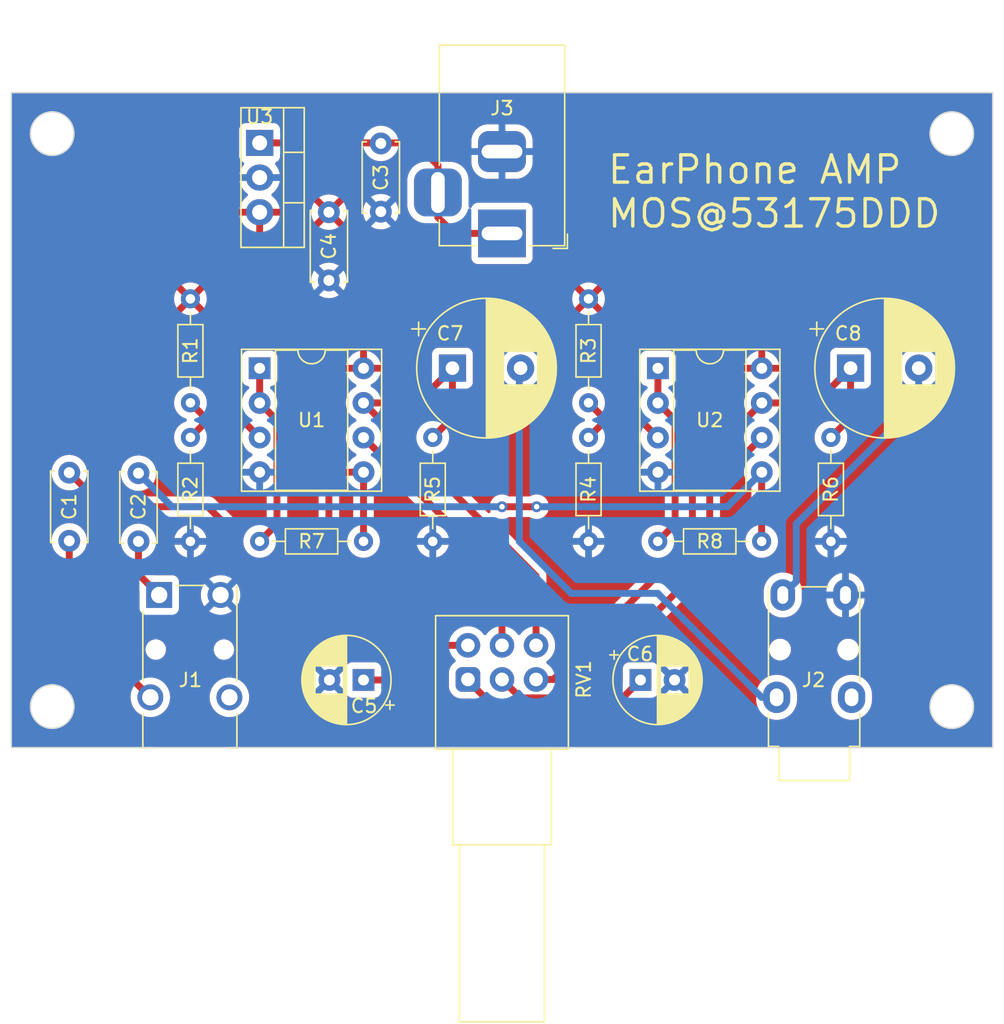
<source format=kicad_pcb>
(kicad_pcb (version 20221018) (generator pcbnew)
  (layers (0 "F.Cu" signal) (31 "B.Cu" signal) (34 "B.Paste" user) (35 "F.Paste" user) (36 "B.SilkS" user "B.Silkscreen") (37 "F.SilkS" user "F.Silkscreen") (38 "B.Mask" user) (39 "F.Mask" user) (44 "Edge.Cuts" user))
  (net 0 "")
  (net 1 "Net-(C1-Pad1)")
  (net 2 "Net-(U1B-+)")
  (net 3 "Net-(C2-Pad1)")
  (net 4 "Net-(U2B-+)")
  (net 5 "Net-(U3-IN)")
  (net 6 "GND")
  (net 7 "VCC")
  (net 8 "R_GND")
  (net 9 "L_GND")
  (net 10 "R_Output")
  (net 11 "Net-(C7-Pad2)")
  (net 12 "Net-(C8-Pad2)")
  (net 13 "Net-(U1A-+)")
  (net 14 "Net-(U2A-+)")
  (net 15 "Net-(U1A--)")
  (net 16 "Net-(U2A--)")
  (net 17 "L_Feedback")
  (net 18 "L_Output")
  (net 19 "R_Feedback")
  (footprint "Capacitor_THT:C_Disc_D5.0mm_W2.5mm_P5.00mm" (layer "F.Cu") (at 125.73 110.49 90)
    (fp_text reference "C2" (at 2.54 0 90) (layer "F.SilkS"))
    (fp_text value "0.1u")
    (pad "1" thru_hole circle (at 0 0 90) (size 1.6 1.6) (drill 0.8) (layers "*.Cu" "*.Mask") (net 3 "Net-(C2-Pad1)"))
    (pad "2" thru_hole circle (at 5 0 90) (size 1.6 1.6) (drill 0.8) (layers "*.Cu" "*.Mask") (net 4 "Net-(U2B-+)"))
  )
  (footprint "Potentiometer_THT:Potentiometer_Alps_RK097_Dual_Horizontal" (layer "F.Cu") (at 149.9 120.61 90)
    (fp_text reference "RV1" (at 0 8.5 90) (layer "F.SilkS"))
    (fp_text value "R_Potentiometer_Dual")
    (fp_line (start -5 -2.7) (end -5 7.7) (stroke (width 0.1)) (layer "Edge.Cuts"))
    (pad "1" thru_hole roundrect (at 0 0 270) (size 1.8 1.8) (drill 1) (layers "*.Cu" "*.Mask") (net 9 "L_GND"))
    (pad "2" thru_hole circle (at 0 2.5 270) (size 1.8 1.8) (drill 1) (layers "*.Cu" "*.Mask") (net 17 "L_Feedback"))
    (pad "3" thru_hole circle (at 0 5 270) (size 1.8 1.8) (drill 1) (layers "*.Cu" "*.Mask") (net 18 "L_Output"))
    (pad "4" thru_hole circle (at 2.5 0 270) (size 1.8 1.8) (drill 1) (layers "*.Cu" "*.Mask") (net 8 "R_GND"))
    (pad "5" thru_hole circle (at 2.5 2.5 270) (size 1.8 1.8) (drill 1) (layers "*.Cu" "*.Mask") (net 19 "R_Feedback"))
    (pad "6" thru_hole circle (at 2.5 5 270) (size 1.8 1.8) (drill 1) (layers "*.Cu" "*.Mask") (net 10 "R_Output"))
  )
  (footprint "Resistor_THT:R_Axial_DIN0204_L3.6mm_D1.6mm_P7.62mm_Horizontal" (layer "F.Cu") (at 129.54 92.71 -90)
    (fp_text reference "R1" (at 3.81 0 90) (layer "F.SilkS"))
    (fp_text value "10k")
    (pad "1" thru_hole circle (at 0 0 270) (size 1.4 1.4) (drill 0.7) (layers "*.Cu" "*.Mask") (net 7 "VCC"))
    (pad "2" thru_hole oval (at 7.62 0 270) (size 1.4 1.4) (drill 0.7) (layers "*.Cu" "*.Mask") (net 13 "Net-(U1A-+)"))
  )
  (footprint "Capacitor_THT:C_Disc_D5.0mm_W2.5mm_P5.00mm" (layer "F.Cu") (at 139.7 86.36 -90)
    (fp_text reference "C4" (at 2.5 0 90) (layer "F.SilkS"))
    (fp_text value "0.1u")
    (pad "1" thru_hole circle (at 0 0 270) (size 1.6 1.6) (drill 0.8) (layers "*.Cu" "*.Mask") (net 7 "VCC"))
    (pad "2" thru_hole circle (at 5 0 270) (size 1.6 1.6) (drill 0.8) (layers "*.Cu" "*.Mask") (net 6 "GND"))
  )
  (footprint "Resistor_THT:R_Axial_DIN0204_L3.6mm_D1.6mm_P7.62mm_Horizontal" (layer "F.Cu") (at 129.54 102.87 -90)
    (fp_text reference "R2" (at 3.81 0 90) (layer "F.SilkS"))
    (fp_text value "10k")
    (pad "1" thru_hole circle (at 0 0 270) (size 1.4 1.4) (drill 0.7) (layers "*.Cu" "*.Mask") (net 13 "Net-(U1A-+)"))
    (pad "2" thru_hole oval (at 7.62 0 270) (size 1.4 1.4) (drill 0.7) (layers "*.Cu" "*.Mask") (net 6 "GND"))
  )
  (footprint "Capacitor_THT:CP_Radial_D6.3mm_P2.50mm" (layer "F.Cu") (at 142.24 120.65 180)
    (fp_text reference "C5" (at -0.04 -1.905) (layer "F.SilkS"))
    (fp_text value "47u")
    (pad "1" thru_hole rect (at 0 0 180) (size 1.6 1.6) (drill 0.8) (layers "*.Cu" "*.Mask") (net 8 "R_GND"))
    (pad "2" thru_hole circle (at 2.5 0 180) (size 1.6 1.6) (drill 0.8) (layers "*.Cu" "*.Mask") (net 6 "GND"))
  )
  (footprint "Package_DIP:DIP-8_W7.62mm_Socket" (layer "F.Cu") (at 134.62 97.8)
    (fp_text reference "U1" (at 3.81 3.8) (layer "F.SilkS"))
    (fp_text value "LM358")
    (pad "1" thru_hole rect (at 0 0) (size 1.6 1.6) (drill 0.8) (layers "*.Cu" "*.Mask") (net 15 "Net-(U1A--)"))
    (pad "2" thru_hole oval (at 0 2.54) (size 1.6 1.6) (drill 0.8) (layers "*.Cu" "*.Mask") (net 15 "Net-(U1A--)"))
    (pad "3" thru_hole oval (at 0 5.08) (size 1.6 1.6) (drill 0.8) (layers "*.Cu" "*.Mask") (net 13 "Net-(U1A-+)"))
    (pad "4" thru_hole oval (at 0 7.62) (size 1.6 1.6) (drill 0.8) (layers "*.Cu" "*.Mask") (net 6 "GND"))
    (pad "5" thru_hole oval (at 7.62 7.62) (size 1.6 1.6) (drill 0.8) (layers "*.Cu" "*.Mask") (net 2 "Net-(U1B-+)"))
    (pad "6" thru_hole oval (at 7.62 5.08) (size 1.6 1.6) (drill 0.8) (layers "*.Cu" "*.Mask") (net 19 "R_Feedback"))
    (pad "7" thru_hole oval (at 7.62 2.54) (size 1.6 1.6) (drill 0.8) (layers "*.Cu" "*.Mask") (net 10 "R_Output"))
    (pad "8" thru_hole oval (at 7.62 0) (size 1.6 1.6) (drill 0.8) (layers "*.Cu" "*.Mask") (net 7 "VCC"))
  )
  (footprint "Resistor_THT:R_Axial_DIN0204_L3.6mm_D1.6mm_P7.62mm_Horizontal" (layer "F.Cu") (at 134.62 110.49)
    (fp_text reference "R7" (at 3.81 0) (layer "F.SilkS"))
    (fp_text value "1M")
    (pad "1" thru_hole circle (at 0 0) (size 1.4 1.4) (drill 0.7) (layers "*.Cu" "*.Mask") (net 15 "Net-(U1A--)"))
    (pad "2" thru_hole oval (at 7.62 0) (size 1.4 1.4) (drill 0.7) (layers "*.Cu" "*.Mask") (net 2 "Net-(U1B-+)"))
  )
  (footprint "Package_DIP:DIP-8_W7.62mm_Socket" (layer "F.Cu") (at 163.84 97.8)
    (fp_text reference "U2" (at 3.8 3.8) (layer "F.SilkS"))
    (fp_text value "LM358")
    (pad "1" thru_hole rect (at 0 0) (size 1.6 1.6) (drill 0.8) (layers "*.Cu" "*.Mask") (net 16 "Net-(U2A--)"))
    (pad "2" thru_hole oval (at 0 2.54) (size 1.6 1.6) (drill 0.8) (layers "*.Cu" "*.Mask") (net 16 "Net-(U2A--)"))
    (pad "3" thru_hole oval (at 0 5.08) (size 1.6 1.6) (drill 0.8) (layers "*.Cu" "*.Mask") (net 14 "Net-(U2A-+)"))
    (pad "4" thru_hole oval (at 0 7.62) (size 1.6 1.6) (drill 0.8) (layers "*.Cu" "*.Mask") (net 6 "GND"))
    (pad "5" thru_hole oval (at 7.62 7.62) (size 1.6 1.6) (drill 0.8) (layers "*.Cu" "*.Mask") (net 4 "Net-(U2B-+)"))
    (pad "6" thru_hole oval (at 7.62 5.08) (size 1.6 1.6) (drill 0.8) (layers "*.Cu" "*.Mask") (net 17 "L_Feedback"))
    (pad "7" thru_hole oval (at 7.62 2.54) (size 1.6 1.6) (drill 0.8) (layers "*.Cu" "*.Mask") (net 18 "L_Output"))
    (pad "8" thru_hole oval (at 7.62 0) (size 1.6 1.6) (drill 0.8) (layers "*.Cu" "*.Mask") (net 7 "VCC"))
  )
  (footprint "Capacitor_THT:C_Disc_D5.0mm_W2.5mm_P5.00mm" (layer "F.Cu") (at 120.65 110.45 90)
    (fp_text reference "C1" (at 2.5 0 90) (layer "F.SilkS"))
    (fp_text value "0.1u")
    (pad "1" thru_hole circle (at 0 0 90) (size 1.6 1.6) (drill 0.8) (layers "*.Cu" "*.Mask") (net 1 "Net-(C1-Pad1)"))
    (pad "2" thru_hole circle (at 5 0 90) (size 1.6 1.6) (drill 0.8) (layers "*.Cu" "*.Mask") (net 2 "Net-(U1B-+)"))
  )
  (footprint "Resistor_THT:R_Axial_DIN0204_L3.6mm_D1.6mm_P7.62mm_Horizontal" (layer "F.Cu") (at 158.75 102.87 -90)
    (fp_text reference "R4" (at 3.81 0 90) (layer "F.SilkS"))
    (fp_text value "10k")
    (pad "1" thru_hole circle (at 0 0 270) (size 1.4 1.4) (drill 0.7) (layers "*.Cu" "*.Mask") (net 14 "Net-(U2A-+)"))
    (pad "2" thru_hole oval (at 7.62 0 270) (size 1.4 1.4) (drill 0.7) (layers "*.Cu" "*.Mask") (net 6 "GND"))
  )
  (footprint "Connector_BarrelJack:BarrelJack_Horizontal" (layer "F.Cu") (at 152.4 87.915 -90)
    (fp_text reference "J3" (at -9.175 0 -180) (layer "F.SilkS"))
    (fp_text value "Barrel_Jack_Switch_Pin3Ring")
    (pad "1" thru_hole rect (at 0 0 270) (size 3.5 3.5) (drill oval 1 3) (layers "*.Cu" "*.Mask") (net 5 "Net-(U3-IN)"))
    (pad "2" thru_hole roundrect (at -6 0 270) (size 3 3.5) (drill oval 1 3) (layers "*.Cu" "*.Mask") (net 6 "GND"))
    (pad "3" thru_hole roundrect (at -3 4.7 270) (size 3.5 3.5) (drill oval 3 1) (layers "*.Cu" "*.Mask") (net 5 "Net-(U3-IN)"))
  )
  (footprint "Resistor_THT:R_Axial_DIN0204_L3.6mm_D1.6mm_P7.62mm_Horizontal" (layer "F.Cu") (at 147.32 102.87 -90)
    (fp_text reference "R5" (at 3.81 0 90) (layer "F.SilkS"))
    (fp_text value "10k")
    (pad "1" thru_hole circle (at 0 0 270) (size 1.4 1.4) (drill 0.7) (layers "*.Cu" "*.Mask") (net 10 "R_Output"))
    (pad "2" thru_hole oval (at 7.62 0 270) (size 1.4 1.4) (drill 0.7) (layers "*.Cu" "*.Mask") (net 6 "GND"))
  )
  (footprint "Connector_Audio:Jack_3.5mm_Switronic_ST-005-G_horizontal" (layer "F.Cu") (at 129.5 120.92 90)
    (fp_text reference "J1" (at 0.27 0.04 180) (layer "F.SilkS"))
    (fp_text value "AudioJack3")
    (pad "" np_thru_hole circle (at 2.5 -2.5 90) (size 1 1) (drill 1) (layers "*.Cu" "*.Mask"))
    (pad "" np_thru_hole circle (at 2.5 2.5 90) (size 1 1) (drill 1) (layers "*.Cu" "*.Mask"))
    (pad "R" thru_hole rect (at 6.5 -2.25 90) (size 1.9 1.9) (drill 1.2) (layers "*.Cu" "*.Mask") (net 3 "Net-(C2-Pad1)"))
    (pad "S" thru_hole circle (at 6.5 2.25 90) (size 1.9 1.9) (drill 1.2) (layers "*.Cu" "*.Mask") (net 6 "GND"))
    (pad "T" thru_hole circle (at -1 -2.9 90) (size 1.9 1.9) (drill 1.2) (layers "*.Cu" "*.Mask") (net 1 "Net-(C1-Pad1)"))
    (pad "T" thru_hole circle (at -1 2.9 90) (size 1.9 1.9) (drill 1.2) (layers "*.Cu" "*.Mask") (net 1 "Net-(C1-Pad1)"))
  )
  (footprint "Resistor_THT:R_Axial_DIN0204_L3.6mm_D1.6mm_P7.62mm_Horizontal" (layer "F.Cu") (at 158.75 92.71 -90)
    (fp_text reference "R3" (at 3.81 0 90) (layer "F.SilkS"))
    (fp_text value "10k")
    (pad "1" thru_hole circle (at 0 0 270) (size 1.4 1.4) (drill 0.7) (layers "*.Cu" "*.Mask") (net 7 "VCC"))
    (pad "2" thru_hole oval (at 7.62 0 270) (size 1.4 1.4) (drill 0.7) (layers "*.Cu" "*.Mask") (net 14 "Net-(U2A-+)"))
  )
  (footprint "Capacitor_THT:CP_Radial_D6.3mm_P2.50mm" (layer "F.Cu") (at 162.56 120.65)
    (fp_text reference "C6" (at -0.04 -1.905) (layer "F.SilkS"))
    (fp_text value "47u")
    (pad "1" thru_hole rect (at 0 0) (size 1.6 1.6) (drill 0.8) (layers "*.Cu" "*.Mask") (net 9 "L_GND"))
    (pad "2" thru_hole circle (at 2.5 0) (size 1.6 1.6) (drill 0.8) (layers "*.Cu" "*.Mask") (net 6 "GND"))
  )
  (footprint "Capacitor_THT:CP_Radial_D10.0mm_P5.00mm" (layer "F.Cu") (at 148.762323 97.79)
    (fp_text reference "C7" (at -0.172323 -2.54) (layer "F.SilkS"))
    (fp_text value "150u")
    (pad "1" thru_hole rect (at 0 0) (size 2 2) (drill 1) (layers "*.Cu" "*.Mask") (net 10 "R_Output"))
    (pad "2" thru_hole circle (at 5 0) (size 2 2) (drill 1) (layers "*.Cu" "*.Mask") (net 11 "Net-(C7-Pad2)"))
  )
  (footprint "Capacitor_THT:C_Disc_D5.0mm_W2.5mm_P5.00mm" (layer "F.Cu") (at 143.51 81.32 -90)
    (fp_text reference "C3" (at 2.5 0 90) (layer "F.SilkS"))
    (fp_text value "0.1u")
    (pad "1" thru_hole circle (at 0 0 270) (size 1.6 1.6) (drill 0.8) (layers "*.Cu" "*.Mask") (net 5 "Net-(U3-IN)"))
    (pad "2" thru_hole circle (at 5 0 270) (size 1.6 1.6) (drill 0.8) (layers "*.Cu" "*.Mask") (net 6 "GND"))
  )
  (footprint "Connector_Audio:Jack_3.5mm_Lumberg_1503_07_Horizontal" (layer "F.Cu") (at 178.05 121.92 180)
    (fp_text reference "J2" (at 2.79 1.27 unlocked) (layer "F.SilkS"))
    (fp_text value "AudioJack3")
    (pad "" np_thru_hole circle (at 0.25 3.5 180) (size 1.1 1.1) (drill 1.1) (layers "F&B.Cu" "*.Mask"))
    (pad "" np_thru_hole circle (at 5.25 3.5 180) (size 1.1 1.1) (drill 1.1) (layers "F&B.Cu" "*.Mask"))
    (pad "R" thru_hole oval (at 5.05 7.5 180) (size 1.8 2.3) (drill oval 0.8 1.3) (layers "*.Cu" "*.Mask") (net 12 "Net-(C8-Pad2)"))
    (pad "S" thru_hole oval (at 0.45 7.5 180) (size 1.8 2.3) (drill oval 0.8 1.3) (layers "*.Cu" "*.Mask") (net 6 "GND"))
    (pad "T" thru_hole oval (at 0 0 180) (size 2 2.3) (drill oval 1 1.3) (layers "*.Cu" "*.Mask") (net 11 "Net-(C7-Pad2)"))
    (pad "T" thru_hole oval (at 5.5 0 180) (size 2 2.3) (drill oval 1 1.3) (layers "*.Cu" "*.Mask") (net 11 "Net-(C7-Pad2)"))
  )
  (footprint "Package_TO_SOT_THT:TO-220-3_Vertical" (layer "F.Cu") (at 134.62 81.28 -90)
    (fp_text reference "U3" (at -1.905 0 -180) (layer "F.SilkS"))
    (fp_text value "L7805")
    (pad "1" thru_hole rect (at 0 0 270) (size 1.905 2) (drill 1.1) (layers "*.Cu" "*.Mask") (net 5 "Net-(U3-IN)"))
    (pad "2" thru_hole oval (at 2.54 0 270) (size 1.905 2) (drill 1.1) (layers "*.Cu" "*.Mask") (net 6 "GND"))
    (pad "3" thru_hole oval (at 5.08 0 270) (size 1.905 2) (drill 1.1) (layers "*.Cu" "*.Mask") (net 7 "VCC"))
  )
  (footprint "Capacitor_THT:CP_Radial_D10.0mm_P5.00mm" (layer "F.Cu") (at 177.972323 97.79)
    (fp_text reference "C8" (at -0.172323 -2.54) (layer "F.SilkS"))
    (fp_text value "150u")
    (pad "1" thru_hole rect (at 0 0) (size 2 2) (drill 1) (layers "*.Cu" "*.Mask") (net 18 "L_Output"))
    (pad "2" thru_hole circle (at 5 0) (size 2 2) (drill 1) (layers "*.Cu" "*.Mask") (net 12 "Net-(C8-Pad2)"))
  )
  (footprint "Resistor_THT:R_Axial_DIN0204_L3.6mm_D1.6mm_P7.62mm_Horizontal" (layer "F.Cu") (at 176.53 102.87 -90)
    (fp_text reference "R6" (at 3.81 0 90) (layer "F.SilkS"))
    (fp_text value "10k")
    (pad "1" thru_hole circle (at 0 0 270) (size 1.4 1.4) (drill 0.7) (layers "*.Cu" "*.Mask") (net 18 "L_Output"))
    (pad "2" thru_hole oval (at 7.62 0 270) (size 1.4 1.4) (drill 0.7) (layers "*.Cu" "*.Mask") (net 6 "GND"))
  )
  (footprint "Resistor_THT:R_Axial_DIN0204_L3.6mm_D1.6mm_P7.62mm_Horizontal" (layer "F.Cu") (at 163.83 110.49)
    (fp_text reference "R8" (at 3.81 0) (layer "F.SilkS"))
    (fp_text value "1M")
    (pad "1" thru_hole circle (at 0 0) (size 1.4 1.4) (drill 0.7) (layers "*.Cu" "*.Mask") (net 16 "Net-(U2A--)"))
    (pad "2" thru_hole oval (at 7.62 0) (size 1.4 1.4) (drill 0.7) (layers "*.Cu" "*.Mask") (net 4 "Net-(U2B-+)"))
  )
  (gr_circle (center 119.4 80.6) (end 117.8 80.6) (stroke (width 0.1)) (fill none) (layer "Edge.Cuts"))
  (gr_rect (start 116.4 77.6) (end 188.4 125.6) (stroke (width 0.1)) (fill none) (layer "Edge.Cuts"))
  (gr_circle (center 185.4 80.6) (end 185.4 79) (stroke (width 0.1)) (fill none) (layer "Edge.Cuts"))
  (gr_circle (center 119.4 122.6) (end 119.4 124.2) (stroke (width 0.1)) (fill none) (layer "Edge.Cuts"))
  (gr_circle (center 185.4 122.6) (end 187 122.6) (stroke (width 0.1)) (fill none) (layer "Edge.Cuts"))
  (gr_text "EarPhone AMP\nMOS@53175DDD" (at 160.02 87.63) (layer "F.SilkS") (effects (font (size 2 2) (thickness 0.25)) (justify left bottom)))
  (segment (start 120.65 115.97) (end 126.6 121.92) (width 0.508) (layer "F.Cu") (net 1))
  (segment (start 120.65 110.45) (end 120.65 115.97) (width 0.508) (layer "F.Cu") (net 1))
  (segment (start 142.24 110.49) (end 142.24 105.42) (width 0.508) (layer "F.Cu") (net 2))
  (segment (start 139.7 110.49) (end 139.7 106.68) (width 0.508) (layer "F.Cu") (net 2))
  (segment (start 132.08 111.76) (end 133.35 113.03) (width 0.508) (layer "F.Cu") (net 2))
  (segment (start 139.7 106.68) (end 140.96 105.42) (width 0.508) (layer "F.Cu") (net 2))
  (segment (start 132.08 109.22) (end 132.08 111.76) (width 0.508) (layer "F.Cu") (net 2))
  (segment (start 137.16 113.03) (end 139.7 110.49) (width 0.508) (layer "F.Cu") (net 2))
  (segment (start 133.35 113.03) (end 137.16 113.03) (width 0.508) (layer "F.Cu") (net 2))
  (segment (start 123.15 107.95) (end 130.81 107.95) (width 0.508) (layer "F.Cu") (net 2))
  (segment (start 130.81 107.95) (end 132.08 109.22) (width 0.508) (layer "F.Cu") (net 2))
  (segment (start 140.96 105.42) (end 142.24 105.42) (width 0.508) (layer "F.Cu") (net 2))
  (segment (start 120.65 105.45) (end 123.15 107.95) (width 0.508) (layer "F.Cu") (net 2))
  (segment (start 125.73 112.9) (end 127.25 114.42) (width 0.508) (layer "F.Cu") (net 3))
  (segment (start 125.73 110.49) (end 125.73 112.9) (width 0.508) (layer "F.Cu") (net 3))
  (segment (start 171.45 110.49) (end 171.45 105.43) (width 0.508) (layer "F.Cu") (net 4))
  (segment (start 171.45 105.43) (end 171.46 105.42) (width 0.508) (layer "F.Cu") (net 4))
  (segment (start 152.4 107.95) (end 154.94 107.95) (width 0.508) (layer "F.Cu") (net 4))
  (via (at 154.94 107.95) (size 0.8) (drill 0.4) (layers "F.Cu" "B.Cu") (net 4))
  (via (at 152.4 107.95) (size 0.8) (drill 0.4) (layers "F.Cu" "B.Cu") (net 4))
  (segment (start 128.27 107.95) (end 152.4 107.95) (width 0.508) (layer "B.Cu") (net 4))
  (segment (start 125.73 105.49) (end 128.19 107.95) (width 0.508) (layer "B.Cu") (net 4))
  (segment (start 128.19 107.95) (end 128.27 107.95) (width 0.508) (layer "B.Cu") (net 4))
  (segment (start 168.93 107.95) (end 171.46 105.42) (width 0.508) (layer "B.Cu") (net 4))
  (segment (start 154.94 107.95) (end 168.93 107.95) (width 0.508) (layer "B.Cu") (net 4))
  (segment (start 152.4 87.915) (end 148.875 87.915) (width 0.508) (layer "F.Cu") (net 5))
  (segment (start 147.7 84.915) (end 147.7 82.93) (width 0.508) (layer "F.Cu") (net 5))
  (segment (start 147.7 82.93) (end 146.05 81.28) (width 0.508) (layer "F.Cu") (net 5))
  (segment (start 148.875 87.915) (end 147.7 86.74) (width 0.508) (layer "F.Cu") (net 5))
  (segment (start 146.05 81.28) (end 134.62 81.28) (width 0.508) (layer "F.Cu") (net 5))
  (segment (start 147.7 86.74) (end 147.7 84.915) (width 0.508) (layer "F.Cu") (net 5))
  (segment (start 149.9 118.11) (end 147.32 118.11) (width 0.508) (layer "F.Cu") (net 8))
  (segment (start 147.32 118.11) (end 144.78 120.65) (width 0.508) (layer "F.Cu") (net 8))
  (segment (start 144.78 120.65) (end 142.24 120.65) (width 0.508) (layer "F.Cu") (net 8))
  (segment (start 149.9 120.69) (end 149.9 120.61) (width 0.508) (layer "F.Cu") (net 9))
  (segment (start 162.56 120.65) (end 160.02 123.19) (width 0.508) (layer "F.Cu") (net 9))
  (segment (start 152.4 123.19) (end 149.9 120.69) (width 0.508) (layer "F.Cu") (net 9))
  (segment (start 160.02 123.19) (end 152.4 123.19) (width 0.508) (layer "F.Cu") (net 9))
  (segment (start 147.32 102.87) (end 148.762323 101.427677) (width 0.508) (layer "F.Cu") (net 10))
  (segment (start 148.762323 101.427677) (end 148.762323 97.79) (width 0.508) (layer "F.Cu") (net 10))
  (segment (start 148.59 106.68) (end 154.9 113.03) (width 0.508) (layer "F.Cu") (net 10))
  (segment (start 154.9 113.03) (end 154.9 118.11) (width 0.508) (layer "F.Cu") (net 10))
  (segment (start 148.58 106.68) (end 142.24 100.34) (width 0.508) (layer "F.Cu") (net 10))
  (segment (start 146.212323 100.34) (end 148.762323 97.79) (width 0.508) (layer "F.Cu") (net 10))
  (segment (start 142.24 100.34) (end 146.212323 100.34) (width 0.508) (layer "F.Cu") (net 10))
  (segment (start 172.55 121.92) (end 171.45 121.92) (width 0.508) (layer "B.Cu") (net 11))
  (segment (start 153.67 97.882323) (end 153.762323 97.79) (width 0.508) (layer "B.Cu") (net 11))
  (segment (start 163.83 114.3) (end 157.48 114.3) (width 0.508) (layer "B.Cu") (net 11))
  (segment (start 157.48 114.3) (end 153.67 110.49) (width 0.508) (layer "B.Cu") (net 11))
  (segment (start 153.67 110.49) (end 153.67 97.882323) (width 0.508) (layer "B.Cu") (net 11))
  (segment (start 171.45 121.92) (end 163.83 114.3) (width 0.508) (layer "B.Cu") (net 11))
  (segment (start 173.99 113.43) (end 173 114.42) (width 0.508) (layer "B.Cu") (net 12))
  (segment (start 182.972323 100.237677) (end 173.99 109.22) (width 0.508) (layer "B.Cu") (net 12))
  (segment (start 173.99 109.22) (end 173.99 113.43) (width 0.508) (layer "B.Cu") (net 12))
  (segment (start 182.972323 97.79) (end 182.972323 100.237677) (width 0.508) (layer "B.Cu") (net 12))
  (segment (start 133.35 101.61) (end 134.62 102.88) (width 0.508) (layer "F.Cu") (net 13))
  (segment (start 130.81 101.6) (end 133.35 101.6) (width 0.508) (layer "F.Cu") (net 13))
  (segment (start 130.81 101.6) (end 129.54 102.87) (width 0.508) (layer "F.Cu") (net 13))
  (segment (start 133.35 101.6) (end 133.35 101.61) (width 0.508) (layer "F.Cu") (net 13))
  (segment (start 129.54 100.33) (end 130.81 101.6) (width 0.508) (layer "F.Cu") (net 13))
  (segment (start 158.75 100.33) (end 160.02 101.6) (width 0.508) (layer "F.Cu") (net 14))
  (segment (start 162.56 101.6) (end 163.84 102.88) (width 0.508) (layer "F.Cu") (net 14))
  (segment (start 160.02 101.6) (end 162.56 101.6) (width 0.508) (layer "F.Cu") (net 14))
  (segment (start 160.02 101.6) (end 158.75 102.87) (width 0.508) (layer "F.Cu") (net 14))
  (segment (start 135.89 109.22) (end 134.62 110.49) (width 0.508) (layer "F.Cu") (net 15))
  (segment (start 134.62 97.8) (end 134.62 100.34) (width 0.508) (layer "F.Cu") (net 15))
  (segment (start 135.88 101.6) (end 135.89 101.6) (width 0.508) (layer "F.Cu") (net 15))
  (segment (start 134.62 100.34) (end 135.88 101.6) (width 0.508) (layer "F.Cu") (net 15))
  (segment (start 135.89 101.6) (end 135.89 109.22) (width 0.508) (layer "F.Cu") (net 15))
  (segment (start 163.84 100.34) (end 163.84 97.8) (width 0.508) (layer "F.Cu") (net 16))
  (segment (start 165.1 101.6) (end 163.84 100.34) (width 0.508) (layer "F.Cu") (net 16))
  (segment (start 165.1 109.22) (end 165.1 101.6) (width 0.508) (layer "F.Cu") (net 16))
  (segment (start 163.83 110.49) (end 165.1 109.22) (width 0.508) (layer "F.Cu") (net 16))
  (segment (start 167.66 106.68) (end 171.46 102.88) (width 0.508) (layer "F.Cu") (net 17))
  (segment (start 152.4 120.61) (end 153.754 121.964) (width 0.508) (layer "F.Cu") (net 17))
  (segment (start 153.754 121.964) (end 157.436 121.964) (width 0.508) (layer "F.Cu") (net 17))
  (segment (start 157.436 121.964) (end 167.64 111.76) (width 0.508) (layer "F.Cu") (net 17))
  (segment (start 167.64 111.76) (end 167.64 106.68) (width 0.508) (layer "F.Cu") (net 17))
  (segment (start 156.172792 120.61) (end 166.37 110.412792) (width 0.508) (layer "F.Cu") (net 18))
  (segment (start 166.37 105.43) (end 171.46 100.34) (width 0.508) (layer "F.Cu") (net 18))
  (segment (start 177.972323 101.427677) (end 177.972323 97.79) (width 0.508) (layer "F.Cu") (net 18))
  (segment (start 154.9 120.61) (end 156.172792 120.61) (width 0.508) (layer "F.Cu") (net 18))
  (segment (start 166.37 110.412792) (end 166.37 105.43) (width 0.508) (layer "F.Cu") (net 18))
  (segment (start 175.422323 100.34) (end 177.972323 97.79) (width 0.508) (layer "F.Cu") (net 18))
  (segment (start 171.46 100.34) (end 175.422323 100.34) (width 0.508) (layer "F.Cu") (net 18))
  (segment (start 176.53 102.87) (end 177.972323 101.427677) (width 0.508) (layer "F.Cu") (net 18))
  (segment (start 152.4 113.04) (end 142.24 102.88) (width 0.508) (layer "F.Cu") (net 19))
  (segment (start 152.4 118.11) (end 152.4 113.04) (width 0.508) (layer "F.Cu") (net 19))
  (zone (net 7) (net_name "VCC") (layer "F.Cu") (connect_pads (clearance 0.5)) (min_thickness 0.25) (fill yes (thermal_gap 0.5) (thermal_bridge_width 0.5))
    (polygon (pts (xy 115.57 77.47) (xy 115.57 125.73) (xy 189.23 125.73) (xy 189.23 77.47)))
  )
  (zone (net 6) (net_name "GND") (layer "B.Cu") (priority 1) (connect_pads (clearance 0.5)) (min_thickness 0.25) (fill yes (thermal_gap 0.5) (thermal_bridge_width 0.5))
    (polygon (pts (xy 115.57 77.47) (xy 115.57 125.73) (xy 189.23 125.73) (xy 189.23 77.47)))
  )
)
</source>
